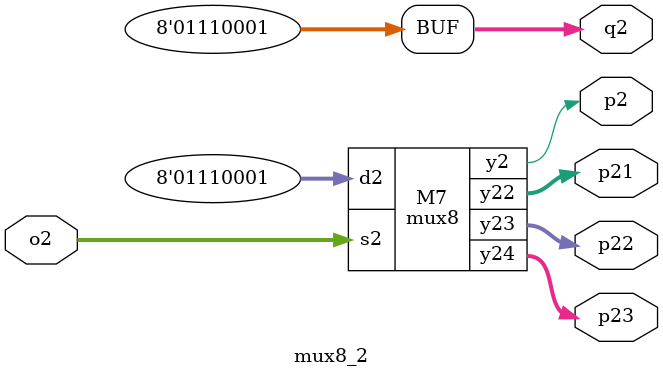
<source format=v>

module mux2(input [1:0]d0, input s, output y0);

  assign y0 = s ? d0[1]:d0[0];

endmodule

//Modulo multiplexer 4:1 a partir de un 2:1 genérico
module mux4(input [3:0]d1, input[1:0]s1, output[1:0]y11, output y1);

  mux2 m1(d1[1:0], s1[0], y11[0]);
  mux2 m2(d1[3:2], s1[0], y11[1]);
  mux2 m3(y11[1:0], s1[1], y1);

endmodule

//Modulo multiplexer 8:1 a partir de modulos 4:1 y 2:1
module mux8(input [7:0]d2, input[2:0]s2, output[1:0]y22, y23, y24, output y2);

  mux4 m4(d2[3:0], s2[1:0], y23[1:0], y22[0]);
  mux4 m5(d2[7:4], s2[1:0], y24[1:0], y22[1]);
  mux2 m6(y22[1:0], s2[2], y2);

endmodule








//Modulo Tabla 1 con mux 2:1
module mux2_1(input [1:0]i0, input j, output [1:0]k11, output k1);

    assign k11[0]= (i0[1] ^ i0[0]);
    assign k11[1]= ~(i0[1] ^ i0[0]);
    mux2 M3(k11[1:0], j, k1);

endmodule

//Modulo Tabla 2 con mux 2:1
module mux2_2(input [1:0]i0, input j, output [1:0]k22, output k2);

  assign k22[0]= ~(i0[1] | i0[0]);
  assign k22[1]= ~(i0[1] & i0[0]);
  mux2 M4(k22[1:0], j, k2);

endmodule





//Modulo Tabla 1 con mux 4:1
module mux4_1(input[2:0]n1, output[1:0]l111, output[3:0]l11, output l1);

  assign l11[0]= n1[0];
  assign l11[1]= ~n1[0];
  assign l11[2]= ~n1[0];
  assign l11[3]= n1[0];
  mux4 M5(l11[3:0], n1[2:1], l111[1:0], l1);

endmodule

//Modulo Tabla 2 con mux 4:1
module mux4_2(input[2:0]n1, output[1:0]l222, output[3:0]l22, output l2);

  assign l22[0]= ~n1[0];
  assign l22[1]= 0;
  assign l22[2]= 1;
  assign l22[3]= ~n1[0];
  mux4 M5(l22[3:0], n1[2:1], l222[1:0], l2);

endmodule







//Modulo Tabla 1 con mux 8:1
module mux8_1(output [7:0]v2, input[2:0]o2, output[1:0]p11, p12, p13, output p1);

  assign v2[0]= 0;
  assign v2[1]= 1;
  assign v2[2]= 1;
  assign v2[3]= 0;
  assign v2[4]= 1;
  assign v2[5]= 0;
  assign v2[6]= 0;
  assign v2[7]= 1;
  mux8 M6(v2[7:0], o2[2:0], p11[1:0], p12[1:0], p13[1:0], p1);

endmodule

//Modulo Tabla 2 con mux 8:1
module mux8_2(output [7:0]q2, input[2:0]o2, output[1:0]p21, p22, p23, output p2);

  assign q2[0]= 1;
  assign q2[1]= 0;
  assign q2[2]= 0;
  assign q2[3]= 0;
  assign q2[4]= 1;
  assign q2[5]= 1;
  assign q2[6]= 1;
  assign q2[7]= 0;
  mux8 M7(q2[7:0], o2[2:0], p21[1:0], p22[1:0], p23[1:0], p2);

endmodule

</source>
